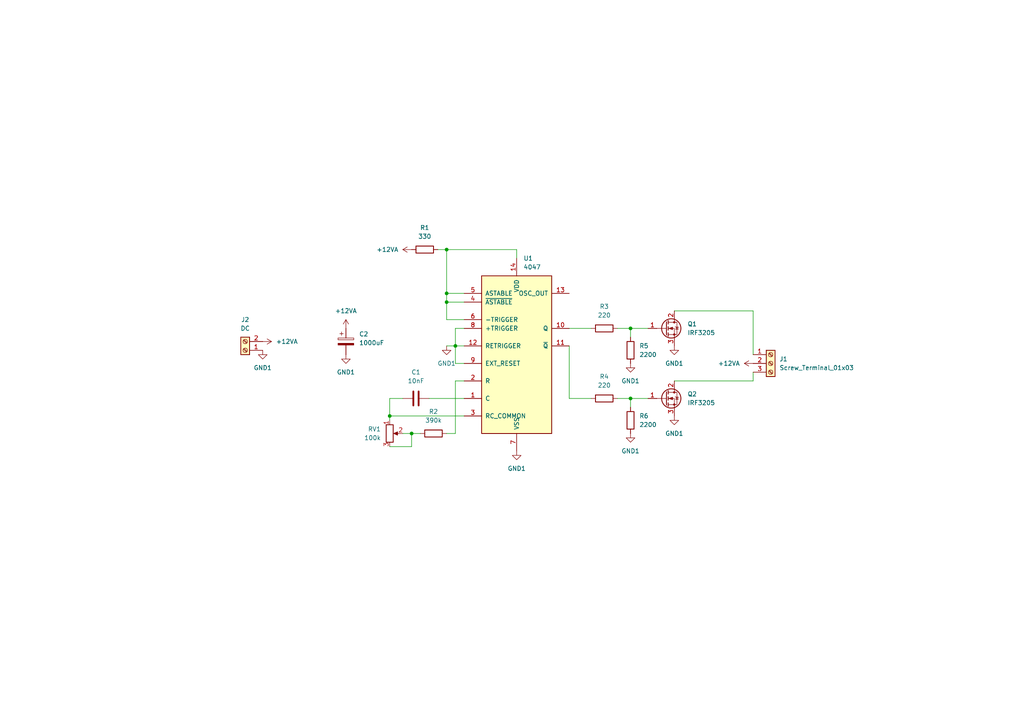
<source format=kicad_sch>
(kicad_sch (version 20230121) (generator eeschema)
  (paper "A4")
  (lib_symbols
    (symbol "4xxx:4047" (pin_names (offset 1.016))
      (property "Reference" "U" (at -7.62 24.13 0))
      (property "Value" "4047" (at -7.62 -24.13 0))
      (symbol "4047_1_0"
        (pin input line (at -15.24 -12.7 0) (length 5.08) (name "C") (number "1"))
        (pin output line (at 15.24 7.62 180) (length 5.08) (name "Q") (number "10"))
        (pin output line (at 15.24 2.54 180) (length 5.08) (name "~{Q}") (number "11"))
        (pin input line (at -15.24 2.54 0) (length 5.08) (name "RETRIGGER") (number "12"))
        (pin output line (at 15.24 17.78 180) (length 5.08) (name "OSC_OUT") (number "13"))
        (pin power_in line (at 0 27.94 270) (length 5.08) (name "VDD") (number "14"))
        (pin input line (at -15.24 -7.62 0) (length 5.08) (name "R") (number "2"))
        (pin input line (at -15.24 -17.78 0) (length 5.08) (name "RC_COMMON") (number "3"))
        (pin input line (at -15.24 15.24 0) (length 5.08) (name "~{ASTABLE}") (number "4"))
        (pin input line (at -15.24 17.78 0) (length 5.08) (name "ASTABLE") (number "5"))
        (pin input line (at -15.24 10.16 0) (length 5.08) (name "-TRIGGER") (number "6"))
        (pin power_in line (at 0 -27.94 90) (length 5.08) (name "VSS") (number "7"))
        (pin input line (at -15.24 7.62 0) (length 5.08) (name "+TRIGGER") (number "8"))
        (pin input line (at -15.24 -2.54 0) (length 5.08) (name "EXT_RESET") (number "9"))
      )
      (symbol "4047_1_1"
        (rectangle (start -10.16 22.86) (end 10.16 -22.86) (stroke (width 0.254)) (fill (type background)))
      )
    )
    (symbol "Connector:Screw_Terminal_01x02" (pin_names (offset 1.016) hide)
      (property "Reference" "J" (at 0 2.54 0))
      (property "Value" "Screw_Terminal_01x02" (at 0 -5.08 0))
      (symbol "Screw_Terminal_01x02_1_1"
        (rectangle (start -1.27 1.27) (end 1.27 -3.81) (stroke (width 0.254)) (fill (type background)))
        (circle (center 0 -2.54) (radius 0.635) (stroke (width 0.1524)))
        (polyline (pts (xy -0.5334 -2.2098) (xy 0.3302 -3.048)) (stroke (width 0.1524)))
        (polyline (pts (xy -0.5334 0.3302) (xy 0.3302 -0.508)) (stroke (width 0.1524)))
        (polyline (pts (xy -0.3556 -2.032) (xy 0.508 -2.8702)) (stroke (width 0.1524)))
        (polyline (pts (xy -0.3556 0.508) (xy 0.508 -0.3302)) (stroke (width 0.1524)))
        (circle (center 0 0) (radius 0.635) (stroke (width 0.1524)))
        (pin passive line (at -5.08 0 0) (length 3.81) (name "Pin_1") (number "1"))
        (pin passive line (at -5.08 -2.54 0) (length 3.81) (name "Pin_2") (number "2"))
      )
    )
    (symbol "Connector:Screw_Terminal_01x03" (pin_names (offset 1.016) hide)
      (property "Reference" "J" (at 0 5.08 0))
      (property "Value" "Screw_Terminal_01x03" (at 0 -5.08 0))
      (symbol "Screw_Terminal_01x03_1_1"
        (rectangle (start -1.27 3.81) (end 1.27 -3.81) (stroke (width 0.254)) (fill (type background)))
        (circle (center 0 -2.54) (radius 0.635) (stroke (width 0.1524)))
        (polyline (pts (xy -0.5334 -2.2098) (xy 0.3302 -3.048)) (stroke (width 0.1524)))
        (polyline (pts (xy -0.5334 0.3302) (xy 0.3302 -0.508)) (stroke (width 0.1524)))
        (polyline (pts (xy -0.5334 2.8702) (xy 0.3302 2.032)) (stroke (width 0.1524)))
        (polyline (pts (xy -0.3556 -2.032) (xy 0.508 -2.8702)) (stroke (width 0.1524)))
        (polyline (pts (xy -0.3556 0.508) (xy 0.508 -0.3302)) (stroke (width 0.1524)))
        (polyline (pts (xy -0.3556 3.048) (xy 0.508 2.2098)) (stroke (width 0.1524)))
        (circle (center 0 0) (radius 0.635) (stroke (width 0.1524)))
        (circle (center 0 2.54) (radius 0.635) (stroke (width 0.1524)))
        (pin passive line (at -5.08 2.54 0) (length 3.81) (name "Pin_1") (number "1"))
        (pin passive line (at -5.08 0 0) (length 3.81) (name "Pin_2") (number "2"))
        (pin passive line (at -5.08 -2.54 0) (length 3.81) (name "Pin_3") (number "3"))
      )
    )
    (symbol "Device:C" (pin_numbers hide) (pin_names (offset 0.254))
      (property "Reference" "C" (at 0.635 2.54 0))
      (property "Value" "C" (at 0.635 -2.54 0))
      (symbol "C_0_1"
        (polyline (pts (xy -2.032 -0.762) (xy 2.032 -0.762)) (stroke (width 0.508)))
        (polyline (pts (xy -2.032 0.762) (xy 2.032 0.762)) (stroke (width 0.508)))
      )
      (symbol "C_1_1"
        (pin passive line (at 0 3.81 270) (length 2.794) (name "~") (number "1"))
        (pin passive line (at 0 -3.81 90) (length 2.794) (name "~") (number "2"))
      )
    )
    (symbol "Device:C_Polarized" (pin_numbers hide) (pin_names (offset 0.254))
      (property "Reference" "C" (at 0.635 2.54 0))
      (property "Value" "C_Polarized" (at 0.635 -2.54 0))
      (symbol "C_Polarized_0_1"
        (rectangle (start -2.286 0.508) (end 2.286 1.016))
        (polyline (pts (xy -1.778 2.286) (xy -0.762 2.286)))
        (polyline (pts (xy -1.27 2.794) (xy -1.27 1.778)))
        (rectangle (start 2.286 -0.508) (end -2.286 -1.016) (fill (type outline)))
      )
      (symbol "C_Polarized_1_1"
        (pin passive line (at 0 3.81 270) (length 2.794) (name "~") (number "1"))
        (pin passive line (at 0 -3.81 90) (length 2.794) (name "~") (number "2"))
      )
    )
    (symbol "Device:R" (pin_numbers hide) (pin_names (offset 0))
      (property "Reference" "R" (at 2.032 0 90))
      (property "Value" "R" (at 0 0 90))
      (symbol "R_0_1"
        (rectangle (start -1.016 -2.54) (end 1.016 2.54) (stroke (width 0.254)))
      )
      (symbol "R_1_1"
        (pin passive line (at 0 3.81 270) (length 1.27) (name "~") (number "1"))
        (pin passive line (at 0 -3.81 90) (length 1.27) (name "~") (number "2"))
      )
    )
    (symbol "Device:R_Potentiometer" (pin_names (offset 1.016) hide)
      (property "Reference" "RV" (at -4.445 0 90))
      (property "Value" "R_Potentiometer" (at -2.54 0 90))
      (symbol "R_Potentiometer_0_1"
        (polyline (pts (xy 2.54 0) (xy 1.524 0)))
        (polyline (pts (xy 1.143 0) (xy 2.286 0.508) (xy 2.286 -0.508) (xy 1.143 0)) (fill (type outline)))
        (rectangle (start 1.016 2.54) (end -1.016 -2.54) (stroke (width 0.254)))
      )
      (symbol "R_Potentiometer_1_1"
        (pin passive line (at 0 3.81 270) (length 1.27) (name "1") (number "1"))
        (pin passive line (at 3.81 0 180) (length 1.27) (name "2") (number "2"))
        (pin passive line (at 0 -3.81 90) (length 1.27) (name "3") (number "3"))
      )
    )
    (symbol "Transistor_FET:IRF3205" (pin_names hide)
      (property "Reference" "Q" (at 6.35 1.905 0))
      (property "Value" "IRF3205" (at 6.35 0 0))
      (symbol "IRF3205_0_1"
        (polyline (pts (xy 0.254 0) (xy -2.54 0)))
        (polyline (pts (xy 0.254 1.905) (xy 0.254 -1.905)) (stroke (width 0.254)))
        (polyline (pts (xy 0.762 -1.27) (xy 0.762 -2.286)) (stroke (width 0.254)))
        (polyline (pts (xy 0.762 0.508) (xy 0.762 -0.508)) (stroke (width 0.254)))
        (polyline (pts (xy 0.762 2.286) (xy 0.762 1.27)) (stroke (width 0.254)))
        (polyline (pts (xy 2.54 2.54) (xy 2.54 1.778)))
        (polyline (pts (xy 2.54 -2.54) (xy 2.54 0) (xy 0.762 0)))
        (polyline (pts (xy 0.762 -1.778) (xy 3.302 -1.778) (xy 3.302 1.778) (xy 0.762 1.778)))
        (polyline (pts (xy 1.016 0) (xy 2.032 0.381) (xy 2.032 -0.381) (xy 1.016 0)) (fill (type outline)))
        (polyline (pts (xy 2.794 0.508) (xy 2.921 0.381) (xy 3.683 0.381) (xy 3.81 0.254)))
        (polyline (pts (xy 3.302 0.381) (xy 2.921 -0.254) (xy 3.683 -0.254) (xy 3.302 0.381)))
        (circle (center 1.651 0) (radius 2.794) (stroke (width 0.254)))
        (circle (center 2.54 -1.778) (radius 0.254) (fill (type outline)))
        (circle (center 2.54 1.778) (radius 0.254) (fill (type outline)))
      )
      (symbol "IRF3205_1_1"
        (pin input line (at -5.08 0 0) (length 2.54) (name "G") (number "1"))
        (pin passive line (at 2.54 5.08 270) (length 2.54) (name "D") (number "2"))
        (pin passive line (at 2.54 -5.08 90) (length 2.54) (name "S") (number "3"))
      )
    )
    (symbol "power:+12VA" (power) (pin_names (offset 0))
      (property "Value" "+12VA" (at 0 3.556 0))
      (symbol "+12VA_0_1"
        (polyline (pts (xy -0.762 1.27) (xy 0 2.54)))
        (polyline (pts (xy 0 0) (xy 0 2.54)))
        (polyline (pts (xy 0 2.54) (xy 0.762 1.27)))
      )
      (symbol "+12VA_1_1"
        (pin power_in line (at 0 0 90) (length 0) hide (name "+12VA") (number "1"))
      )
    )
    (symbol "power:GND1" (power) (pin_names (offset 0))
      (property "Value" "GND1" (at 0 -3.81 0))
      (symbol "GND1_0_1"
        (polyline (pts (xy 0 0) (xy 0 -1.27) (xy 1.27 -1.27) (xy 0 -2.54) (xy -1.27 -1.27) (xy 0 -1.27)))
      )
      (symbol "GND1_1_1"
        (pin power_in line (at 0 0 270) (length 0) hide (name "GND1") (number "1"))
      )
    )
  )
  (junction (at 182.88 115.57))
  (junction (at 113.03 120.65))
  (junction (at 182.88 95.25))
  (junction (at 119.38 125.73))
  (junction (at 129.54 85.09))
  (junction (at 132.08 100.33))
  (junction (at 129.54 87.63))
  (junction (at 129.54 72.39))
  (wire (pts (xy 134.62 95.25) (xy 132.08 95.25)))
  (wire (pts (xy 129.54 85.09) (xy 134.62 85.09)))
  (wire (pts (xy 182.88 95.25) (xy 182.88 97.79)))
  (wire (pts (xy 129.54 92.71) (xy 134.62 92.71)))
  (wire (pts (xy 113.03 121.92) (xy 113.03 120.65)))
  (wire (pts (xy 129.54 125.73) (xy 132.08 125.73)))
  (wire (pts (xy 129.54 100.33) (xy 132.08 100.33)))
  (wire (pts (xy 165.1 115.57) (xy 171.45 115.57)))
  (wire (pts (xy 149.86 72.39) (xy 129.54 72.39)))
  (wire (pts (xy 121.92 125.73) (xy 119.38 125.73)))
  (wire (pts (xy 179.07 115.57) (xy 182.88 115.57)))
  (wire (pts (xy 218.44 102.87) (xy 218.44 90.17)))
  (wire (pts (xy 149.86 74.93) (xy 149.86 72.39)))
  (wire (pts (xy 179.07 95.25) (xy 182.88 95.25)))
  (wire (pts (xy 113.03 120.65) (xy 134.62 120.65)))
  (wire (pts (xy 182.88 115.57) (xy 182.88 118.11)))
  (wire (pts (xy 113.03 115.57) (xy 116.84 115.57)))
  (wire (pts (xy 132.08 95.25) (xy 132.08 100.33)))
  (wire (pts (xy 129.54 85.09) (xy 129.54 87.63)))
  (wire (pts (xy 218.44 110.49) (xy 195.58 110.49)))
  (wire (pts (xy 182.88 115.57) (xy 187.96 115.57)))
  (wire (pts (xy 113.03 129.54) (xy 119.38 129.54)))
  (wire (pts (xy 124.46 115.57) (xy 134.62 115.57)))
  (wire (pts (xy 127 72.39) (xy 129.54 72.39)))
  (wire (pts (xy 218.44 90.17) (xy 195.58 90.17)))
  (wire (pts (xy 182.88 95.25) (xy 187.96 95.25)))
  (wire (pts (xy 132.08 100.33) (xy 134.62 100.33)))
  (wire (pts (xy 129.54 87.63) (xy 129.54 92.71)))
  (wire (pts (xy 165.1 100.33) (xy 165.1 115.57)))
  (wire (pts (xy 129.54 87.63) (xy 134.62 87.63)))
  (wire (pts (xy 165.1 95.25) (xy 171.45 95.25)))
  (wire (pts (xy 132.08 110.49) (xy 134.62 110.49)))
  (wire (pts (xy 119.38 129.54) (xy 119.38 125.73)))
  (wire (pts (xy 132.08 105.41) (xy 132.08 100.33)))
  (wire (pts (xy 129.54 72.39) (xy 129.54 85.09)))
  (wire (pts (xy 113.03 120.65) (xy 113.03 115.57)))
  (wire (pts (xy 134.62 105.41) (xy 132.08 105.41)))
  (wire (pts (xy 132.08 125.73) (xy 132.08 110.49)))
  (wire (pts (xy 119.38 125.73) (xy 116.84 125.73)))
  (wire (pts (xy 218.44 107.95) (xy 218.44 110.49)))
  (symbol (lib_id "Transistor_FET:IRF3205") (at 193.04 95.25 0) (unit 1)
    (property "Reference" "Q1" (at 199.39 93.98 0) (effects (justify left)))
    (property "Value" "IRF3205" (at 199.39 96.52 0) (effects (justify left)))
    (property "Footprint" "Package_TO_SOT_THT:TO-220-3_Vertical" (effects hide))
    (property "Datasheet" "http://www.irf.com/product-info/datasheets/data/irf3205.pdf" (effects hide))
  )
  (symbol (lib_id "Device:R") (at 182.88 121.92 180) (unit 1)
    (property "Reference" "R6" (at 185.42 120.65 0) (effects (justify right)))
    (property "Value" "2200" (at 185.42 123.19 0) (effects (justify right)))
    (property "Footprint" "Resistor_THT:R_Axial_DIN0207_L6.3mm_D2.5mm_P7.62mm_Horizontal" (effects hide))
  )
  (symbol (lib_id "Device:R") (at 182.88 101.6 180) (unit 1)
    (property "Reference" "R5" (at 185.42 100.33 0) (effects (justify right)))
    (property "Value" "2200" (at 185.42 102.87 0) (effects (justify right)))
    (property "Footprint" "Resistor_THT:R_Axial_DIN0207_L6.3mm_D2.5mm_P7.62mm_Horizontal" (effects hide))
  )
  (symbol (lib_id "power:+12VA") (at 76.2 99.06 270) (unit 1)
    (property "Reference" "#PWR01" (effects hide))
    (property "Value" "+12VA" (at 80.01 99.06 90) (effects (justify left)))
  )
  (symbol (lib_id "Device:R") (at 123.19 72.39 90) (unit 1)
    (property "Reference" "R1" (at 123.19 66.04 90))
    (property "Value" "330" (at 123.19 68.58 90))
    (property "Footprint" "Resistor_THT:R_Axial_DIN0207_L6.3mm_D2.5mm_P7.62mm_Horizontal" (effects hide))
  )
  (symbol (lib_id "power:GND1") (at 129.54 100.33 0) (unit 1)
    (property "Reference" "#PWR06" (effects hide))
    (property "Value" "GND1" (at 129.54 105.41 0))
  )
  (symbol (lib_id "power:+12VA") (at 100.33 95.25 0) (unit 1)
    (property "Reference" "#PWR08" (effects hide))
    (property "Value" "+12VA" (at 100.33 90.17 0))
  )
  (symbol (lib_id "Device:C") (at 120.65 115.57 90) (unit 1)
    (property "Reference" "C1" (at 120.65 107.95 90))
    (property "Value" "10nF" (at 120.65 110.49 90))
    (property "Footprint" "Capacitor_THT:C_Disc_D5.0mm_W2.5mm_P5.00mm" (effects hide))
  )
  (symbol (lib_id "power:GND1") (at 182.88 125.73 0) (unit 1)
    (property "Reference" "#PWR02" (effects hide))
    (property "Value" "GND1" (at 182.88 130.81 0))
  )
  (symbol (lib_id "Device:R_Potentiometer") (at 113.03 125.73 0) (unit 1)
    (property "Reference" "RV1" (at 110.49 124.46 0) (effects (justify right)))
    (property "Value" "100k" (at 110.49 127 0) (effects (justify right)))
    (property "Footprint" "Potentiometer_THT:Potentiometer_Runtron_RM-065_Vertical" (effects hide))
  )
  (symbol (lib_id "Device:R") (at 175.26 115.57 90) (unit 1)
    (property "Reference" "R4" (at 175.26 109.22 90))
    (property "Value" "220" (at 175.26 111.76 90))
    (property "Footprint" "Resistor_THT:R_Axial_DIN0207_L6.3mm_D2.5mm_P7.62mm_Horizontal" (effects hide))
  )
  (symbol (lib_id "power:GND1") (at 182.88 105.41 0) (unit 1)
    (property "Reference" "#PWR05" (effects hide))
    (property "Value" "GND1" (at 182.88 110.49 0))
  )
  (symbol (lib_id "4xxx:4047") (at 149.86 102.87 0) (unit 1)
    (property "Reference" "U1" (at 151.8159 74.93 0) (effects (justify left)))
    (property "Value" "4047" (at 151.8159 77.47 0) (effects (justify left)))
    (property "Footprint" "Package_DIP:DIP-14_W7.62mm_LongPads" (effects hide))
    (property "Datasheet" "https://www.ti.com/lit/ds/symlink/cd4047b.pdf" (effects hide))
  )
  (symbol (lib_id "power:GND1") (at 195.58 120.65 0) (unit 1)
    (property "Reference" "#PWR03" (effects hide))
    (property "Value" "GND1" (at 195.58 125.73 0))
  )
  (symbol (lib_id "power:+12VA") (at 218.44 105.41 90) (unit 1)
    (property "Reference" "#PWR011" (effects hide))
    (property "Value" "+12VA" (at 214.63 105.41 90) (effects (justify left)))
  )
  (symbol (lib_id "power:GND1") (at 76.2 101.6 0) (unit 1)
    (property "Reference" "#PWR07" (effects hide))
    (property "Value" "GND1" (at 76.2 106.68 0))
  )
  (symbol (lib_id "power:GND1") (at 100.33 102.87 0) (unit 1)
    (property "Reference" "#PWR010" (effects hide))
    (property "Value" "GND1" (at 100.33 107.95 0))
  )
  (symbol (lib_id "Connector:Screw_Terminal_01x03") (at 223.52 105.41 0) (unit 1)
    (property "Reference" "J1" (at 226.06 104.14 0) (effects (justify left)))
    (property "Value" "Screw_Terminal_01x03" (at 226.06 106.68 0) (effects (justify left)))
    (property "Footprint" "TerminalBlock:TerminalBlock_bornier-3_P5.08mm" (effects hide))
  )
  (symbol (lib_id "Device:R") (at 125.73 125.73 90) (unit 1)
    (property "Reference" "R2" (at 125.73 119.38 90))
    (property "Value" "390k" (at 125.73 121.92 90))
    (property "Footprint" "Resistor_THT:R_Axial_DIN0207_L6.3mm_D2.5mm_P7.62mm_Horizontal" (effects hide))
  )
  (symbol (lib_id "Device:C_Polarized") (at 100.33 99.06 0) (unit 1)
    (property "Reference" "C2" (at 104.14 96.901 0) (effects (justify left)))
    (property "Value" "1000uF" (at 104.14 99.441 0) (effects (justify left)))
    (property "Footprint" "Capacitor_THT:CP_Radial_D10.0mm_P5.00mm" (effects hide))
  )
  (symbol (lib_id "power:+12VA") (at 119.38 72.39 90) (unit 1)
    (property "Reference" "#PWR012" (effects hide))
    (property "Value" "+12VA" (at 115.57 72.39 90) (effects (justify left)))
  )
  (symbol (lib_id "power:GND1") (at 149.86 130.81 0) (unit 1)
    (property "Reference" "#PWR035" (effects hide))
    (property "Value" "GND1" (at 149.86 135.89 0))
  )
  (symbol (lib_id "Connector:Screw_Terminal_01x02") (at 71.12 101.6 180) (unit 1)
    (property "Reference" "J2" (at 71.12 92.71 0))
    (property "Value" "DC" (at 71.12 95.25 0))
    (property "Footprint" "TerminalBlock:TerminalBlock_bornier-2_P5.08mm" (effects hide))
  )
  (symbol (lib_id "power:GND1") (at 195.58 100.33 0) (unit 1)
    (property "Reference" "#PWR04" (effects hide))
    (property "Value" "GND1" (at 195.58 105.41 0))
  )
  (symbol (lib_id "Transistor_FET:IRF3205") (at 193.04 115.57 0) (unit 1)
    (property "Reference" "Q2" (at 199.39 114.3 0) (effects (justify left)))
    (property "Value" "IRF3205" (at 199.39 116.84 0) (effects (justify left)))
    (property "Footprint" "Package_TO_SOT_THT:TO-220-3_Vertical" (effects hide))
    (property "Datasheet" "http://www.irf.com/product-info/datasheets/data/irf3205.pdf" (effects hide))
  )
  (symbol (lib_id "Device:R") (at 175.26 95.25 90) (unit 1)
    (property "Reference" "R3" (at 175.26 88.9 90))
    (property "Value" "220" (at 175.26 91.44 90))
    (property "Footprint" "Resistor_THT:R_Axial_DIN0207_L6.3mm_D2.5mm_P7.62mm_Horizontal" (effects hide))
  )
)
</source>
